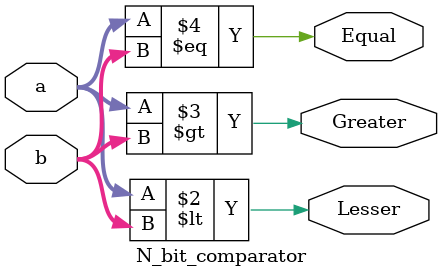
<source format=v>
`timescale 1ns / 1ps


`timescale 1ns / 1ps

module N_bit_comparator(a, b, Lesser, Greater, Equal);
    parameter N = 8;
    input [N-1:0] a, b;
    output reg Lesser, Greater, Equal;
    
    always @(*) begin
        Lesser  = (a < b);
        Greater = (a > b);
        Equal   = (a == b);
    end

endmodule

</source>
